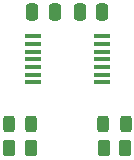
<source format=gtp>
%TF.GenerationSoftware,KiCad,Pcbnew,(6.0.5)*%
%TF.CreationDate,2024-06-21T19:09:36+02:00*%
%TF.ProjectId,pmod_level_shifter_4p,706d6f64-5f6c-4657-9665-6c5f73686966,rev?*%
%TF.SameCoordinates,Original*%
%TF.FileFunction,Paste,Top*%
%TF.FilePolarity,Positive*%
%FSLAX46Y46*%
G04 Gerber Fmt 4.6, Leading zero omitted, Abs format (unit mm)*
G04 Created by KiCad (PCBNEW (6.0.5)) date 2024-06-21 19:09:36*
%MOMM*%
%LPD*%
G01*
G04 APERTURE LIST*
G04 Aperture macros list*
%AMRoundRect*
0 Rectangle with rounded corners*
0 $1 Rounding radius*
0 $2 $3 $4 $5 $6 $7 $8 $9 X,Y pos of 4 corners*
0 Add a 4 corners polygon primitive as box body*
4,1,4,$2,$3,$4,$5,$6,$7,$8,$9,$2,$3,0*
0 Add four circle primitives for the rounded corners*
1,1,$1+$1,$2,$3*
1,1,$1+$1,$4,$5*
1,1,$1+$1,$6,$7*
1,1,$1+$1,$8,$9*
0 Add four rect primitives between the rounded corners*
20,1,$1+$1,$2,$3,$4,$5,0*
20,1,$1+$1,$4,$5,$6,$7,0*
20,1,$1+$1,$6,$7,$8,$9,0*
20,1,$1+$1,$8,$9,$2,$3,0*%
G04 Aperture macros list end*
%ADD10RoundRect,0.243750X-0.243750X-0.456250X0.243750X-0.456250X0.243750X0.456250X-0.243750X0.456250X0*%
%ADD11RoundRect,0.243750X0.243750X0.456250X-0.243750X0.456250X-0.243750X-0.456250X0.243750X-0.456250X0*%
%ADD12RoundRect,0.250000X0.262500X0.450000X-0.262500X0.450000X-0.262500X-0.450000X0.262500X-0.450000X0*%
%ADD13RoundRect,0.250000X-0.250000X-0.475000X0.250000X-0.475000X0.250000X0.475000X-0.250000X0.475000X0*%
%ADD14RoundRect,0.250000X0.250000X0.475000X-0.250000X0.475000X-0.250000X-0.475000X0.250000X-0.475000X0*%
%ADD15R,1.475000X0.450000*%
G04 APERTURE END LIST*
D10*
%TO.C,D1*%
X147062500Y-106500000D03*
X148937500Y-106500000D03*
%TD*%
D11*
%TO.C,D2*%
X156937500Y-106500000D03*
X155062500Y-106500000D03*
%TD*%
D12*
%TO.C,R1*%
X148912500Y-108500000D03*
X147087500Y-108500000D03*
%TD*%
D13*
%TO.C,C1*%
X149050000Y-97000000D03*
X150950000Y-97000000D03*
%TD*%
D14*
%TO.C,C2*%
X154950000Y-97000000D03*
X153050000Y-97000000D03*
%TD*%
D15*
%TO.C,IC1*%
X149062000Y-99050000D03*
X149062000Y-99700000D03*
X149062000Y-100350000D03*
X149062000Y-101000000D03*
X149062000Y-101650000D03*
X149062000Y-102300000D03*
X149062000Y-102950000D03*
X154938000Y-102950000D03*
X154938000Y-102300000D03*
X154938000Y-101650000D03*
X154938000Y-101000000D03*
X154938000Y-100350000D03*
X154938000Y-99700000D03*
X154938000Y-99050000D03*
%TD*%
D12*
%TO.C,R2*%
X156912500Y-108500000D03*
X155087500Y-108500000D03*
%TD*%
M02*

</source>
